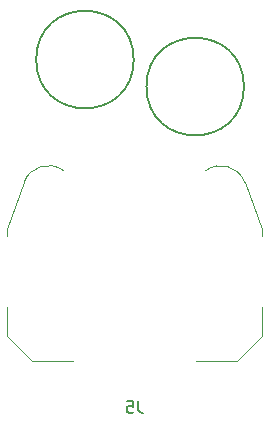
<source format=gbr>
G04 #@! TF.GenerationSoftware,KiCad,Pcbnew,(5.1.5)-3*
G04 #@! TF.CreationDate,2020-06-21T07:00:24-05:00*
G04 #@! TF.ProjectId,nrf52832_qfax-PcbDoc,6e726635-3238-4333-925f-716661782d50,rev?*
G04 #@! TF.SameCoordinates,Original*
G04 #@! TF.FileFunction,Legend,Bot*
G04 #@! TF.FilePolarity,Positive*
%FSLAX46Y46*%
G04 Gerber Fmt 4.6, Leading zero omitted, Abs format (unit mm)*
G04 Created by KiCad (PCBNEW (5.1.5)-3) date 2020-06-21 07:00:24*
%MOMM*%
%LPD*%
G04 APERTURE LIST*
%ADD10C,0.150000*%
%ADD11C,0.120000*%
G04 APERTURE END LIST*
D10*
X100012988Y-69024500D02*
G75*
G03X100012988Y-69024500I-4127988J0D01*
G01*
X109347488Y-71310500D02*
G75*
G03X109347488Y-71310500I-4127988J0D01*
G01*
D11*
X94072646Y-78428470D02*
G75*
G03X90736000Y-79415000I-1306646J-1716530D01*
G01*
X89296000Y-83365000D02*
X90736000Y-79415000D01*
X91376000Y-94535000D02*
X89296000Y-92455000D01*
X94876000Y-94535000D02*
X91376000Y-94535000D01*
X108776000Y-94535000D02*
X110856000Y-92455000D01*
X110856000Y-83365000D02*
X109416000Y-79415000D01*
X109401244Y-79406831D02*
G75*
G03X106076000Y-78445000I-2015244J-738169D01*
G01*
X89296000Y-92455000D02*
X89296000Y-89995000D01*
X89296000Y-83995000D02*
X89296000Y-83365000D01*
X110856000Y-92455000D02*
X110856000Y-89995000D01*
X110856000Y-83995000D02*
X110856000Y-83365000D01*
X108776000Y-94535000D02*
X105276000Y-94535000D01*
D10*
X100409333Y-97947380D02*
X100409333Y-98661666D01*
X100456952Y-98804523D01*
X100552190Y-98899761D01*
X100695047Y-98947380D01*
X100790285Y-98947380D01*
X99456952Y-97947380D02*
X99933142Y-97947380D01*
X99980761Y-98423571D01*
X99933142Y-98375952D01*
X99837904Y-98328333D01*
X99599809Y-98328333D01*
X99504571Y-98375952D01*
X99456952Y-98423571D01*
X99409333Y-98518809D01*
X99409333Y-98756904D01*
X99456952Y-98852142D01*
X99504571Y-98899761D01*
X99599809Y-98947380D01*
X99837904Y-98947380D01*
X99933142Y-98899761D01*
X99980761Y-98852142D01*
M02*

</source>
